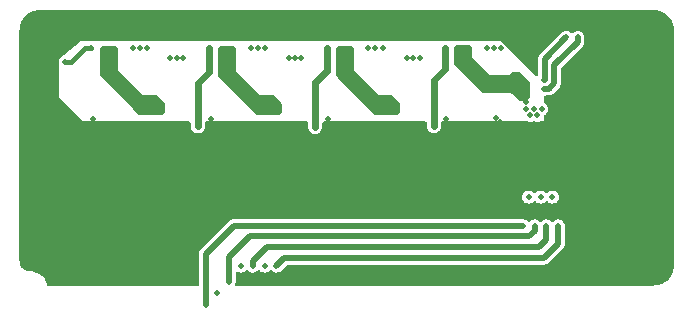
<source format=gbr>
G04 #@! TF.GenerationSoftware,KiCad,Pcbnew,(5.99.0-12889-g70df3822b5)*
G04 #@! TF.CreationDate,2021-11-17T17:26:29+08:00*
G04 #@! TF.ProjectId,PowerSupply,506f7765-7253-4757-9070-6c792e6b6963,rev?*
G04 #@! TF.SameCoordinates,PX5e56640PY77750e0*
G04 #@! TF.FileFunction,Copper,L3,Inr*
G04 #@! TF.FilePolarity,Positive*
%FSLAX46Y46*%
G04 Gerber Fmt 4.6, Leading zero omitted, Abs format (unit mm)*
G04 Created by KiCad (PCBNEW (5.99.0-12889-g70df3822b5)) date 2021-11-17 17:26:29*
%MOMM*%
%LPD*%
G01*
G04 APERTURE LIST*
G04 #@! TA.AperFunction,ViaPad*
%ADD10C,0.500000*%
G04 #@! TD*
G04 #@! TA.AperFunction,Conductor*
%ADD11C,0.450000*%
G04 #@! TD*
G04 #@! TA.AperFunction,Conductor*
%ADD12C,0.600000*%
G04 #@! TD*
G04 #@! TA.AperFunction,Conductor*
%ADD13C,0.500000*%
G04 #@! TD*
G04 APERTURE END LIST*
D10*
G04 #@! TO.N,REG_EN1*
X53420000Y17785000D03*
G04 #@! TO.N,REG_POWER*
X54420000Y17785000D03*
G04 #@! TO.N,GND*
X57075000Y29075000D03*
X57740000Y27470000D03*
X57065000Y27470000D03*
X56390001Y27480000D03*
X12160000Y33320000D03*
X13160000Y33320000D03*
X14160000Y33320000D03*
X15160000Y33320000D03*
X16160000Y33320000D03*
X17160000Y33320000D03*
X18160000Y33320000D03*
X19160000Y33320000D03*
X20160000Y33320000D03*
X21160000Y33320000D03*
X22160000Y33320000D03*
X23160000Y33320000D03*
X24160000Y33320000D03*
X25160000Y33320000D03*
X26160000Y33320000D03*
X27160000Y33320000D03*
X28160000Y33320000D03*
X29160000Y33320000D03*
X30160000Y33320000D03*
X31160000Y33320000D03*
X32160000Y33320000D03*
X33160000Y33320000D03*
X34160000Y33320000D03*
X35160000Y33320000D03*
X36160000Y33320000D03*
X37160000Y33320000D03*
X38160000Y33320000D03*
X39160000Y33320000D03*
X40160000Y33320000D03*
X41160000Y33320000D03*
X42160000Y33320000D03*
X43160000Y33320000D03*
X44160000Y33320000D03*
X45160000Y33320000D03*
X46160000Y33320000D03*
X47160000Y33320000D03*
X48160000Y33320000D03*
X49160000Y33320000D03*
X50160000Y33320000D03*
X51160000Y33320000D03*
X52160000Y33320000D03*
X53160000Y33320000D03*
X54160000Y33320000D03*
X55160000Y33320000D03*
X56160000Y33320000D03*
X57160000Y33320000D03*
X58160000Y33320000D03*
X59160000Y33320000D03*
X60160000Y33320000D03*
X61160000Y33320000D03*
X12290000Y32130000D03*
X13160000Y32320000D03*
X14160000Y32320000D03*
X15160000Y32320000D03*
X16160000Y32320000D03*
X17160000Y32320000D03*
X18160000Y32320000D03*
X19160000Y32320000D03*
X20160000Y32320000D03*
X21160000Y32320000D03*
X22160000Y32320000D03*
X23160000Y32320000D03*
X24160000Y32320000D03*
X25160000Y32320000D03*
X26160000Y32320000D03*
X27160000Y32320000D03*
X28160000Y32320000D03*
X29160000Y32320000D03*
X30160000Y32320000D03*
X31160000Y32320000D03*
X32160000Y32320000D03*
X33160000Y32320000D03*
X34160000Y32320000D03*
X35160000Y32320000D03*
X36160000Y32320000D03*
X37160000Y32320000D03*
X38160000Y32320000D03*
X39160000Y32320000D03*
X40160000Y32320000D03*
X41160000Y32320000D03*
X42160000Y32320000D03*
X43160000Y32320000D03*
X44160000Y32320000D03*
X45160000Y32320000D03*
X46160000Y32320000D03*
X47160000Y32320000D03*
X48160000Y32320000D03*
X49160000Y32320000D03*
X50160000Y32320000D03*
X51160000Y32320000D03*
X52160000Y32320000D03*
X53160000Y32320000D03*
X54160000Y32320000D03*
X55160000Y32320000D03*
X56160000Y32320000D03*
X57160000Y32320000D03*
X58160000Y32320000D03*
X59160000Y32320000D03*
X60160000Y32320000D03*
X61160000Y32320000D03*
X62160000Y32320000D03*
X62160000Y33320000D03*
X63160000Y32320000D03*
X63160000Y33320000D03*
X63860000Y32050000D03*
X64160000Y33320000D03*
X11300000Y33020000D03*
X10670000Y31600000D03*
X11780000Y31470000D03*
X10690000Y30590000D03*
X11690000Y30590000D03*
X10690000Y28590000D03*
X11690000Y28590000D03*
X10690000Y27590000D03*
X11690000Y27590000D03*
X10690000Y26590000D03*
X11690000Y26590000D03*
X10690000Y25590000D03*
X11690000Y25590000D03*
X10690000Y24590000D03*
X11690000Y24590000D03*
X10690000Y23590000D03*
X11690000Y23590000D03*
X10690000Y22590000D03*
X11690000Y22590000D03*
X10690000Y21590000D03*
X11690000Y21590000D03*
X10690000Y20590000D03*
X11690000Y20590000D03*
X10690000Y19590000D03*
X11690000Y19590000D03*
X10690000Y18590000D03*
X11690000Y18590000D03*
X10690000Y17590000D03*
X11690000Y17590000D03*
X10690000Y16590000D03*
X11690000Y16590000D03*
X10690000Y15590000D03*
X11690000Y15590000D03*
X10690000Y14590000D03*
X11690000Y14590000D03*
X10690000Y13590000D03*
X11690000Y13590000D03*
X10690000Y12590000D03*
X11690000Y12590000D03*
X11690000Y11590000D03*
X41690000Y11590000D03*
X42690000Y11590000D03*
X43690000Y11590000D03*
X44690000Y11590000D03*
X45690000Y11590000D03*
X46690000Y11590000D03*
X47690000Y11590000D03*
X48690000Y11590000D03*
X49690000Y11590000D03*
X50690000Y11590000D03*
X51690000Y11590000D03*
X52690000Y11590000D03*
X53690000Y11590000D03*
X54690000Y11590000D03*
X55690000Y11590000D03*
X56690000Y11590000D03*
X57690000Y11590000D03*
X58690000Y11590000D03*
X59690000Y11590000D03*
X60690000Y11590000D03*
X61690000Y11590000D03*
X62690000Y11590000D03*
X63600000Y11860000D03*
X33690000Y10590000D03*
X34690000Y10590000D03*
X35690000Y10590000D03*
X36690000Y10590000D03*
X37690000Y10590000D03*
X38690000Y10590000D03*
X39690000Y10590000D03*
X40690000Y10590000D03*
X41690000Y10590000D03*
X42690000Y10590000D03*
X43690000Y10590000D03*
X44690000Y10590000D03*
X45690000Y10590000D03*
X46690000Y10590000D03*
X47690000Y10590000D03*
X48690000Y10590000D03*
X49690000Y10590000D03*
X50690000Y10590000D03*
X51690000Y10590000D03*
X52690000Y10590000D03*
X53690000Y10590000D03*
X54690000Y10590000D03*
X55690000Y10590000D03*
X56690000Y10590000D03*
X57690000Y10590000D03*
X58690000Y10590000D03*
X59690000Y10590000D03*
X60690000Y10590000D03*
X61690000Y10590000D03*
X62690000Y10590000D03*
X63690000Y10590000D03*
X64870000Y32980000D03*
X64290000Y31450000D03*
X65380000Y31520000D03*
X64390000Y30490000D03*
X65380000Y30500000D03*
X64390000Y28490000D03*
X65390000Y28490000D03*
X64390000Y27490000D03*
X65390000Y27490000D03*
X64390000Y26490000D03*
X65390000Y26490000D03*
X64390000Y25490000D03*
X65390000Y25490000D03*
X64390000Y24490000D03*
X65390000Y24490000D03*
X64390000Y23490000D03*
X65390000Y23490000D03*
X64390000Y22490000D03*
X65390000Y22490000D03*
X64390000Y21490000D03*
X65390000Y21490000D03*
X64390000Y20490000D03*
X65390000Y20490000D03*
X64390000Y19490000D03*
X65390000Y19490000D03*
X64390000Y18490000D03*
X65390000Y18490000D03*
X64390000Y17490000D03*
X65390000Y17490000D03*
X64390000Y16490000D03*
X65390000Y16490000D03*
X64390000Y15490000D03*
X65390000Y15490000D03*
X64390000Y14490000D03*
X65390000Y14490000D03*
X64390000Y13490000D03*
X65390000Y13490000D03*
X64210000Y12480000D03*
X65390000Y12550000D03*
X65320000Y11760000D03*
X64440000Y10700000D03*
X57075000Y26693334D03*
X57750000Y26693334D03*
X56400000Y26703334D03*
X57065000Y25916668D03*
X56390001Y25926668D03*
X57740000Y25916668D03*
X56390000Y25150000D03*
X57065000Y25140000D03*
X57740000Y25140000D03*
X57019999Y18505001D03*
X57570000Y18505000D03*
X56470000Y18505001D03*
X57029999Y17805001D03*
X56480000Y17805001D03*
X57580000Y17805000D03*
X11690000Y29590000D03*
X10690000Y29590000D03*
X65390000Y29490000D03*
X64390000Y29490000D03*
X57429999Y14305001D03*
X57970000Y15005000D03*
X56870000Y15005001D03*
X56880000Y14305001D03*
X57980000Y14305000D03*
X57419999Y15005001D03*
X57970000Y13605000D03*
X57419999Y13605001D03*
X56880000Y12905001D03*
X57980000Y12905000D03*
X56870000Y13605001D03*
X57429999Y12905001D03*
X58680000Y12905001D03*
X59219999Y13605001D03*
X59770000Y13605000D03*
X59780000Y12905000D03*
X58670000Y13605001D03*
X59229999Y12905001D03*
X59219999Y15005001D03*
X59780000Y14305000D03*
X59229999Y14305001D03*
X58670000Y15005001D03*
X59770000Y15005000D03*
X58680000Y14305001D03*
X21660000Y32820000D03*
X36660000Y32820000D03*
X52660000Y32820000D03*
X53660000Y32820000D03*
X54660000Y32820000D03*
X59660000Y32820000D03*
X43660000Y32820000D03*
X44660000Y32820000D03*
X48660000Y32820000D03*
X19660000Y32820000D03*
X51660000Y32820000D03*
X28660000Y32820000D03*
X56660000Y32820000D03*
X22660000Y32820000D03*
X37660000Y32820000D03*
X27660000Y32820000D03*
X55660000Y32820000D03*
X39660000Y32820000D03*
X46660000Y32820000D03*
X50660000Y32820000D03*
X31660000Y32820000D03*
X20660000Y32820000D03*
X23660000Y32820000D03*
X34660000Y32820000D03*
X32660000Y32820000D03*
X29660000Y32820000D03*
X57660000Y32820000D03*
X61660000Y32820000D03*
X45660000Y32820000D03*
X49660000Y32820000D03*
X41660000Y32820000D03*
X18660000Y32820000D03*
X60660000Y32820000D03*
X30660000Y32820000D03*
X42660000Y32820000D03*
X24660000Y32820000D03*
X58660000Y32820000D03*
X40660000Y32820000D03*
X33660000Y32820000D03*
X25660000Y32820000D03*
X35660000Y32820000D03*
X26660000Y32820000D03*
X38660000Y32820000D03*
X47660000Y32820000D03*
X62660000Y32820000D03*
X63660000Y32820000D03*
X64370000Y32530000D03*
X12590000Y32770000D03*
X13660000Y32820000D03*
X14660000Y32820000D03*
X15660000Y32820000D03*
X16660000Y32820000D03*
X17660000Y32820000D03*
X64770000Y31920000D03*
X64890000Y31060000D03*
X64900000Y29990000D03*
X64890000Y17980000D03*
X64890000Y13980000D03*
X64100000Y11360000D03*
X64890000Y27980000D03*
X64890000Y21980000D03*
X64890000Y25980000D03*
X64890000Y20980000D03*
X64890000Y15980000D03*
X64820000Y12910000D03*
X64890000Y14980000D03*
X64890000Y24980000D03*
X64890000Y23980000D03*
X64890000Y19980000D03*
X64890000Y16980000D03*
X64890000Y22980000D03*
X64890000Y18980000D03*
X64890000Y26980000D03*
X64890000Y28980000D03*
X10850000Y32400000D03*
X11190000Y27110000D03*
X11190000Y20110000D03*
X11190000Y29110000D03*
X11190000Y19110000D03*
X11190000Y31110000D03*
X11190000Y28110000D03*
X11190000Y26110000D03*
X11190000Y24110000D03*
X11190000Y23110000D03*
X11190000Y22110000D03*
X11190000Y21110000D03*
X11190000Y25110000D03*
X11190000Y15110000D03*
X11190000Y13110000D03*
X11190000Y14110000D03*
X11190000Y17110000D03*
X11190000Y18110000D03*
X11190000Y16110000D03*
X11190000Y30110000D03*
X11190000Y12090000D03*
X47210000Y11080000D03*
X54210000Y11080000D03*
X41210000Y11080000D03*
X43210000Y11080000D03*
X62210000Y11080000D03*
X55210000Y11080000D03*
X48210000Y11080000D03*
X61210000Y11080000D03*
X49210000Y11080000D03*
X51210000Y11080000D03*
X58210000Y11080000D03*
X57210000Y11080000D03*
X56210000Y11080000D03*
X50210000Y11080000D03*
X42210000Y11080000D03*
X44210000Y11080000D03*
X45210000Y11080000D03*
X46210000Y11080000D03*
X60210000Y11080000D03*
X53210000Y11080000D03*
X59210000Y11080000D03*
X63210000Y11080000D03*
X52210000Y11080000D03*
X11800000Y32570000D03*
X11360000Y31990000D03*
X65310000Y32360000D03*
X64650000Y11940000D03*
X64980000Y11120000D03*
X57019999Y19895001D03*
X56480000Y19195001D03*
X56470000Y19895001D03*
X57570000Y19895000D03*
X57580000Y19195000D03*
X57029999Y19195001D03*
X55279999Y19895001D03*
X54740000Y19195001D03*
X55840000Y19195000D03*
X55830000Y19895000D03*
X54730000Y19895001D03*
X55289999Y19195001D03*
X53590000Y19195001D03*
X54139999Y19195001D03*
X53580000Y19895001D03*
X54129999Y19895001D03*
X17140000Y23810000D03*
X16520000Y23810000D03*
X17750000Y23810000D03*
X18380000Y23810000D03*
X26480000Y23800000D03*
X27710000Y23800000D03*
X27100000Y23800000D03*
X28340000Y23800000D03*
X36430000Y23810000D03*
X37660000Y23810000D03*
X38290000Y23810000D03*
X37050000Y23810000D03*
X46450000Y23820000D03*
X48310000Y23820000D03*
X47680000Y23820000D03*
X47070000Y23820000D03*
X50620000Y24510000D03*
X51010000Y24130000D03*
X36430000Y24410000D03*
X26480000Y24410000D03*
X46450000Y24380000D03*
X16520000Y24390000D03*
X43650000Y29550000D03*
X43120000Y29550000D03*
X20490000Y30430000D03*
X21090000Y30430000D03*
X19890000Y30430000D03*
X31110000Y30430000D03*
X29910000Y30430000D03*
X30510000Y30430000D03*
X40440000Y30430000D03*
X41040000Y30430000D03*
X39840000Y30430000D03*
X51050000Y30430000D03*
X50450000Y30430000D03*
X49850000Y30430000D03*
X44180000Y29550000D03*
X33630000Y29550000D03*
X33100000Y29550000D03*
X34160000Y29550000D03*
X23610000Y29550000D03*
X23080000Y29550000D03*
X24140000Y29550000D03*
X51440000Y23790000D03*
G04 #@! TO.N,+3V3*
X46290000Y30380000D03*
X45380000Y23780000D03*
G04 #@! TO.N,+5V*
X17360000Y30320000D03*
X18280000Y30320000D03*
X53845000Y25250000D03*
X54500000Y25250000D03*
X53175000Y27100000D03*
X52325000Y27350000D03*
X53175000Y26483334D03*
X52000000Y26800000D03*
X28260000Y30360000D03*
X27340000Y30360000D03*
X38250000Y30350000D03*
X37330000Y30350000D03*
X47320000Y30380000D03*
X48240000Y30380000D03*
X20470000Y25720000D03*
X52625000Y26800000D03*
X53175000Y25866668D03*
X53175000Y25250000D03*
X54150000Y24700000D03*
X53550000Y24700000D03*
X21070000Y25720000D03*
X21670000Y25720000D03*
X22270000Y25720000D03*
X20470000Y25120000D03*
X21070000Y25120000D03*
X21670000Y25120000D03*
X22270000Y25120000D03*
X30390000Y25700000D03*
X30390000Y25100000D03*
X30990000Y25700000D03*
X31590000Y25700000D03*
X32190000Y25100000D03*
X32190000Y25700000D03*
X31590000Y25100000D03*
X30990000Y25100000D03*
X40460000Y25100000D03*
X42260000Y25700000D03*
X41060000Y25100000D03*
X41660000Y25700000D03*
X41060000Y25700000D03*
X41660000Y25100000D03*
X42260000Y25100000D03*
X40460000Y25700000D03*
X39870000Y25700000D03*
X29780000Y25700000D03*
X19850000Y25730000D03*
X20190000Y26630000D03*
X30070000Y26610000D03*
X40180000Y26650000D03*
G04 #@! TO.N,+1V2*
X16340000Y30380000D03*
X14160000Y29190000D03*
G04 #@! TO.N,+1V5*
X26350000Y30380000D03*
X25385000Y23775000D03*
G04 #@! TO.N,+2V5*
X36320000Y30380000D03*
X35335000Y23755000D03*
G04 #@! TO.N,Net-(C3-Pad1)*
X56600000Y31300000D03*
X54700000Y27700000D03*
G04 #@! TO.N,Net-(R34-Pad2)*
X54700000Y26940000D03*
X57560000Y31300000D03*
G04 #@! TO.N,REG_EN2*
X26050000Y8690000D03*
X52925000Y15350000D03*
G04 #@! TO.N,REG_EN1*
X27050000Y9630000D03*
G04 #@! TO.N,REG_CHG*
X28043332Y10610000D03*
X53920000Y15345000D03*
G04 #@! TO.N,REG_POWER*
X29044998Y11945000D03*
G04 #@! TO.N,BAT_ISET*
X30046664Y11945000D03*
X54920000Y15345000D03*
G04 #@! TO.N,BAT_PG*
X31048330Y11945000D03*
X55420000Y17785000D03*
G04 #@! TO.N,BAT_CHG*
X32060000Y11945000D03*
X55920000Y15345000D03*
G04 #@! TD*
D11*
G04 #@! TO.N,+1V2*
X14665000Y29190000D02*
X14160000Y29190000D01*
X15855000Y30380000D02*
X14665000Y29190000D01*
X16340000Y30380000D02*
X15855000Y30380000D01*
D12*
G04 #@! TO.N,+3V3*
X45380000Y27730000D02*
X45380000Y23780000D01*
X46290000Y28640000D02*
X45380000Y27730000D01*
X46290000Y30380000D02*
X46290000Y28640000D01*
G04 #@! TO.N,+5V*
X53170000Y27440000D02*
X53190000Y27440000D01*
X28260000Y30360000D02*
X27340000Y30360000D01*
X37330000Y30350000D02*
X38250000Y30350000D01*
X18280000Y30320000D02*
X17360000Y30320000D01*
X17830000Y30210000D02*
X17830000Y28060000D01*
X27780000Y30250000D02*
X27780000Y28100000D01*
X52540000Y28090000D02*
X53190000Y27440000D01*
X52090000Y28090000D02*
X52540000Y28090000D01*
X47320000Y30380000D02*
X48240000Y30380000D01*
X53190000Y26340000D02*
X53120000Y26270000D01*
X53190000Y27440000D02*
X53190000Y26340000D01*
X52400000Y27680000D02*
X53050000Y27030000D01*
X52280000Y27320000D02*
X52930000Y26670000D01*
X38250000Y28430000D02*
X38250000Y30350000D01*
X40160000Y26520000D02*
X38250000Y28430000D01*
X37330000Y28170000D02*
X40140000Y25360000D01*
X37330000Y30350000D02*
X37330000Y28170000D01*
X40400000Y25100000D02*
X40140000Y25360000D01*
X42210000Y25100000D02*
X40400000Y25100000D01*
X41060000Y25620000D02*
X40160000Y26520000D01*
X42210000Y25620000D02*
X41060000Y25620000D01*
X42210000Y25100000D02*
X42210000Y25620000D01*
X37850000Y28130000D02*
X40660000Y25320000D01*
X37730000Y30190000D02*
X37730000Y28010000D01*
X41690000Y26140000D02*
X42210000Y25620000D01*
X41670000Y26140000D02*
X41690000Y26140000D01*
X40540000Y26140000D02*
X40160000Y26520000D01*
X41670000Y26140000D02*
X40540000Y26140000D01*
X30120000Y25380000D02*
X30120000Y25360000D01*
X27340000Y28160000D02*
X30120000Y25380000D01*
X27340000Y30360000D02*
X27340000Y28160000D01*
X30380000Y25100000D02*
X30120000Y25360000D01*
X32190000Y25100000D02*
X30380000Y25100000D01*
X32190000Y25100000D02*
X32190000Y25620000D01*
X31040000Y25620000D02*
X30140000Y26520000D01*
X32190000Y25620000D02*
X31040000Y25620000D01*
X28260000Y28400000D02*
X30140000Y26520000D01*
X28260000Y30360000D02*
X28260000Y28400000D01*
X31670000Y26140000D02*
X32190000Y25620000D01*
X31650000Y26140000D02*
X31670000Y26140000D01*
X30520000Y26140000D02*
X30140000Y26520000D01*
X31650000Y26140000D02*
X30520000Y26140000D01*
X27880000Y28220000D02*
X30660000Y25440000D01*
X20200000Y25390000D02*
X20200000Y25370000D01*
X17360000Y28230000D02*
X20200000Y25390000D01*
X17360000Y30320000D02*
X17360000Y28230000D01*
X18280000Y28460000D02*
X20220000Y26520000D01*
X18280000Y30320000D02*
X18280000Y28460000D01*
X20460000Y25110000D02*
X20200000Y25370000D01*
X22270000Y25110000D02*
X20460000Y25110000D01*
X22270000Y25110000D02*
X22270000Y25630000D01*
X21750000Y26150000D02*
X22270000Y25630000D01*
X21730000Y26150000D02*
X21750000Y26150000D01*
X20590000Y26150000D02*
X20220000Y26520000D01*
X21730000Y26150000D02*
X20590000Y26150000D01*
X22030000Y25630000D02*
X20220000Y25630000D01*
X17770000Y28410000D02*
X20610000Y25570000D01*
X52710000Y26270000D02*
X52090000Y26890000D01*
X53120000Y26270000D02*
X52710000Y26270000D01*
X52090000Y26890000D02*
X52090000Y28090000D01*
X49520000Y27490000D02*
X52090000Y27490000D01*
X47750000Y29260000D02*
X49520000Y27490000D01*
X47750000Y30350000D02*
X47750000Y29260000D01*
X51900000Y27900000D02*
X52090000Y28090000D01*
X49880000Y27900000D02*
X51900000Y27900000D01*
X48240000Y29540000D02*
X49880000Y27900000D01*
X48240000Y30380000D02*
X48240000Y29540000D01*
X52080000Y26900000D02*
X52090000Y26890000D01*
X49570000Y26900000D02*
X52080000Y26900000D01*
X47320000Y29150000D02*
X49570000Y26900000D01*
X47320000Y30380000D02*
X47320000Y29150000D01*
G04 #@! TO.N,+1V5*
X25385000Y27435000D02*
X25385000Y23775000D01*
X26350000Y28400000D02*
X25385000Y27435000D01*
X26350000Y30380000D02*
X26350000Y28400000D01*
G04 #@! TO.N,+2V5*
X35335000Y27505000D02*
X35335000Y23755000D01*
X36320000Y28490000D02*
X35335000Y27505000D01*
X36320000Y30380000D02*
X36320000Y28490000D01*
D13*
G04 #@! TO.N,Net-(C3-Pad1)*
X56600000Y31300000D02*
X54760000Y29460000D01*
X54760000Y29460000D02*
X54760000Y27710000D01*
X54760000Y27710000D02*
X54750000Y27700000D01*
G04 #@! TO.N,Net-(R34-Pad2)*
X57560000Y30920000D02*
X57560000Y31300000D01*
X55580000Y28940000D02*
X57560000Y30920000D01*
X55580000Y27410000D02*
X55580000Y28940000D01*
X55110000Y26940000D02*
X55580000Y27410000D01*
X54740000Y26940000D02*
X55110000Y26940000D01*
G04 #@! TO.N,REG_EN2*
X26050000Y12975000D02*
X26050000Y8690000D01*
X28425000Y15350000D02*
X26050000Y12975000D01*
X52925000Y15350000D02*
X28425000Y15350000D01*
G04 #@! TO.N,REG_CHG*
X28043332Y12693332D02*
X28043332Y10610000D01*
X29800000Y14450000D02*
X28043332Y12693332D01*
X53425000Y14450000D02*
X29800000Y14450000D01*
X53920000Y14945000D02*
X53425000Y14450000D01*
X53920000Y15345000D02*
X53920000Y14945000D01*
G04 #@! TO.N,BAT_ISET*
X30046664Y12356664D02*
X30046664Y11945000D01*
X31215000Y13525000D02*
X30046664Y12356664D01*
X54275000Y13525000D02*
X31215000Y13525000D01*
X54920000Y14170000D02*
X54275000Y13525000D01*
X54920000Y15345000D02*
X54920000Y14170000D01*
G04 #@! TO.N,BAT_CHG*
X32725000Y12625000D02*
X32050000Y11950000D01*
X54700000Y12625000D02*
X32725000Y12625000D01*
X55920000Y13845000D02*
X54700000Y12625000D01*
X55920000Y15345000D02*
X55920000Y13845000D01*
G04 #@! TD*
G04 #@! TA.AperFunction,Conductor*
G04 #@! TO.N,GND*
G36*
X63984608Y33638710D02*
G01*
X63989145Y33637910D01*
X64000000Y33635996D01*
X64010857Y33637910D01*
X64021876Y33637910D01*
X64021876Y33637541D01*
X64034201Y33638177D01*
X64233032Y33623957D01*
X64250827Y33621399D01*
X64470320Y33573652D01*
X64487559Y33568590D01*
X64608744Y33523390D01*
X64698024Y33490090D01*
X64714376Y33482622D01*
X64911519Y33374974D01*
X64926643Y33365254D01*
X65106461Y33230644D01*
X65120047Y33218871D01*
X65278871Y33060047D01*
X65290644Y33046461D01*
X65425254Y32866643D01*
X65434974Y32851519D01*
X65542622Y32654376D01*
X65550090Y32638024D01*
X65604711Y32491582D01*
X65628588Y32427565D01*
X65633653Y32410315D01*
X65681399Y32190827D01*
X65683957Y32173032D01*
X65698177Y31974201D01*
X65697542Y31961879D01*
X65697910Y31961879D01*
X65697910Y31950859D01*
X65695996Y31940000D01*
X65698710Y31924612D01*
X65700624Y31902735D01*
X65700349Y23149318D01*
X65700001Y12037276D01*
X65698087Y12015402D01*
X65697286Y12010859D01*
X65697286Y12010854D01*
X65695372Y12000000D01*
X65697286Y11989143D01*
X65697286Y11978124D01*
X65696917Y11978124D01*
X65697553Y11965799D01*
X65683333Y11766968D01*
X65680775Y11749173D01*
X65635258Y11539930D01*
X65633029Y11529685D01*
X65627966Y11512441D01*
X65598023Y11432162D01*
X65549466Y11301976D01*
X65541998Y11285624D01*
X65434350Y11088481D01*
X65424630Y11073357D01*
X65290020Y10893539D01*
X65278247Y10879953D01*
X65119423Y10721129D01*
X65105837Y10709356D01*
X64926019Y10574746D01*
X64910895Y10565026D01*
X64713752Y10457378D01*
X64697400Y10449910D01*
X64627574Y10423866D01*
X64486935Y10371410D01*
X64469696Y10366348D01*
X64313522Y10332375D01*
X64250203Y10318601D01*
X64232408Y10316043D01*
X64033577Y10301823D01*
X64021252Y10302459D01*
X64021252Y10302090D01*
X64010233Y10302090D01*
X63999376Y10304004D01*
X63983985Y10301290D01*
X63962112Y10299377D01*
X47254515Y10299711D01*
X32752267Y10300000D01*
X32740754Y10300563D01*
X32729782Y10303740D01*
X32694817Y10300712D01*
X32692034Y10300471D01*
X32681163Y10300001D01*
X32672101Y10300001D01*
X32665537Y10298779D01*
X32653355Y10297121D01*
X32630030Y10295101D01*
X32630029Y10295101D01*
X32618440Y10294097D01*
X32607989Y10288988D01*
X32604732Y10288085D01*
X32601576Y10286867D01*
X32590136Y10284737D01*
X32560295Y10266343D01*
X32549528Y10260411D01*
X32533955Y10252799D01*
X32478624Y10240000D01*
X28676951Y10240000D01*
X28608830Y10260002D01*
X28562337Y10313658D01*
X28552233Y10383932D01*
X28555951Y10401140D01*
X28561712Y10420970D01*
X28566296Y10434022D01*
X28576502Y10458661D01*
X28576503Y10458664D01*
X28579662Y10466291D01*
X28582376Y10486902D01*
X28586300Y10505602D01*
X28593047Y10528825D01*
X28593832Y10539515D01*
X28593832Y10565662D01*
X28594910Y10582109D01*
X28597504Y10601812D01*
X28597504Y10601814D01*
X28598582Y10610000D01*
X28594910Y10637891D01*
X28593832Y10654338D01*
X28593832Y11347450D01*
X28613834Y11415571D01*
X28667490Y11462064D01*
X28737764Y11472168D01*
X28768047Y11463860D01*
X28901289Y11408670D01*
X29044998Y11389750D01*
X29188707Y11408670D01*
X29322623Y11464139D01*
X29437619Y11552379D01*
X29445871Y11563133D01*
X29503210Y11604998D01*
X29574081Y11609218D01*
X29635983Y11574452D01*
X29645795Y11563128D01*
X29649017Y11558929D01*
X29654043Y11552379D01*
X29658536Y11548931D01*
X29659304Y11548079D01*
X29660871Y11546608D01*
X29666278Y11539930D01*
X29717709Y11503380D01*
X29718410Y11502882D01*
X29722106Y11500152D01*
X29769039Y11464139D01*
X29776275Y11461141D01*
X29780464Y11458452D01*
X29782219Y11457535D01*
X29789222Y11452558D01*
X29797305Y11449648D01*
X29797307Y11449647D01*
X29845874Y11432162D01*
X29851411Y11430020D01*
X29865626Y11424132D01*
X29902955Y11408670D01*
X29911146Y11407591D01*
X29917682Y11405840D01*
X29920877Y11404838D01*
X29923053Y11404376D01*
X29931132Y11401467D01*
X29961010Y11399273D01*
X29987529Y11397325D01*
X29994746Y11396585D01*
X30028677Y11392118D01*
X30046664Y11389750D01*
X30054852Y11390828D01*
X30063112Y11390828D01*
X30063112Y11390529D01*
X30066083Y11390614D01*
X30072992Y11391049D01*
X30081555Y11390420D01*
X30093117Y11392751D01*
X30133409Y11400875D01*
X30141865Y11402283D01*
X30182188Y11407592D01*
X30182190Y11407593D01*
X30190373Y11408670D01*
X30197999Y11411829D01*
X30202686Y11413085D01*
X30219746Y11418285D01*
X30229407Y11420233D01*
X30273309Y11442602D01*
X30282294Y11446744D01*
X30316655Y11460977D01*
X30324289Y11464139D01*
X30332321Y11470302D01*
X30351818Y11482604D01*
X30363796Y11488707D01*
X30370119Y11494521D01*
X30370123Y11494524D01*
X30397423Y11519627D01*
X30406003Y11526839D01*
X30432729Y11547347D01*
X30432735Y11547353D01*
X30439285Y11552379D01*
X30447538Y11563134D01*
X30504872Y11604998D01*
X30575743Y11609220D01*
X30637646Y11574456D01*
X30647454Y11563137D01*
X30655709Y11552379D01*
X30770705Y11464139D01*
X30904621Y11408670D01*
X31048330Y11389750D01*
X31192039Y11408670D01*
X31325955Y11464139D01*
X31440951Y11552379D01*
X31452624Y11567592D01*
X31509961Y11609458D01*
X31580832Y11613679D01*
X31642735Y11578914D01*
X31647959Y11573225D01*
X31682524Y11533181D01*
X31702925Y11519627D01*
X31752554Y11486654D01*
X31759516Y11481679D01*
X31782375Y11464139D01*
X31790007Y11460978D01*
X31795693Y11457695D01*
X31800538Y11454691D01*
X31800999Y11454468D01*
X31808153Y11449715D01*
X31845418Y11437606D01*
X31854693Y11434184D01*
X31888375Y11420233D01*
X31916291Y11408670D01*
X31924476Y11407592D01*
X31924477Y11407592D01*
X31946860Y11404645D01*
X31946738Y11403721D01*
X31949246Y11403870D01*
X31951598Y11403106D01*
X31960174Y11402746D01*
X31962082Y11402403D01*
X31967360Y11401946D01*
X32051812Y11390828D01*
X32060000Y11389750D01*
X32203709Y11408670D01*
X32337625Y11464139D01*
X32452621Y11552379D01*
X32496420Y11609458D01*
X32519214Y11639164D01*
X32530080Y11651555D01*
X32916119Y12037595D01*
X32978432Y12071620D01*
X33005215Y12074500D01*
X54685007Y12074500D01*
X54690284Y12074389D01*
X54752294Y12071790D01*
X54763848Y12074500D01*
X54794662Y12081727D01*
X54806333Y12083890D01*
X54821229Y12085931D01*
X54849432Y12089794D01*
X54863230Y12095765D01*
X54884499Y12102799D01*
X54890775Y12104271D01*
X54899136Y12106232D01*
X54906661Y12110369D01*
X54906664Y12110370D01*
X54937268Y12127195D01*
X54947913Y12132411D01*
X54987855Y12149695D01*
X54999541Y12159158D01*
X55018126Y12171646D01*
X55025518Y12175710D01*
X55031308Y12178893D01*
X55039422Y12185897D01*
X55063958Y12210433D01*
X55073759Y12219258D01*
X55098392Y12239206D01*
X55098393Y12239207D01*
X55105070Y12244614D01*
X55110043Y12251612D01*
X55110048Y12251617D01*
X55115968Y12259948D01*
X55129579Y12276054D01*
X56298655Y13445130D01*
X56302464Y13448783D01*
X56341833Y13484985D01*
X56348156Y13490799D01*
X56371087Y13527783D01*
X56377810Y13537565D01*
X56398918Y13565374D01*
X56404112Y13572217D01*
X56409646Y13586196D01*
X56419707Y13606199D01*
X56427635Y13618986D01*
X56439775Y13660772D01*
X56443621Y13672005D01*
X56456474Y13704467D01*
X56459636Y13712453D01*
X56460534Y13720995D01*
X56460535Y13721000D01*
X56461209Y13727409D01*
X56465520Y13749385D01*
X56467874Y13757488D01*
X56467874Y13757489D01*
X56469715Y13763825D01*
X56470500Y13774515D01*
X56470500Y13809210D01*
X56471190Y13822381D01*
X56474504Y13853911D01*
X56475402Y13862455D01*
X56472265Y13881002D01*
X56470500Y13902015D01*
X56470500Y15300662D01*
X56471578Y15317109D01*
X56474172Y15336812D01*
X56475250Y15345000D01*
X56470649Y15379945D01*
X56470500Y15381443D01*
X56470500Y15382785D01*
X56470009Y15386366D01*
X56470008Y15386380D01*
X56464770Y15424611D01*
X56464682Y15425267D01*
X56456986Y15483725D01*
X56456330Y15488709D01*
X56455822Y15489936D01*
X56455206Y15494432D01*
X56426475Y15560826D01*
X56425730Y15562586D01*
X56404019Y15615001D01*
X56400861Y15622625D01*
X56398272Y15626000D01*
X56395305Y15632855D01*
X56352578Y15685619D01*
X56350549Y15688193D01*
X56317646Y15731073D01*
X56317644Y15731075D01*
X56312621Y15737621D01*
X56308128Y15741069D01*
X56307360Y15741921D01*
X56305793Y15743392D01*
X56300386Y15750070D01*
X56248245Y15787124D01*
X56244558Y15789848D01*
X56197625Y15825861D01*
X56190389Y15828859D01*
X56186200Y15831548D01*
X56184445Y15832465D01*
X56177442Y15837442D01*
X56169359Y15840352D01*
X56169357Y15840353D01*
X56120790Y15857838D01*
X56115253Y15859980D01*
X56081079Y15874135D01*
X56063709Y15881330D01*
X56055518Y15882409D01*
X56048982Y15884160D01*
X56045787Y15885162D01*
X56043611Y15885624D01*
X56035532Y15888533D01*
X56000443Y15891110D01*
X55979135Y15892675D01*
X55971918Y15893415D01*
X55928188Y15899172D01*
X55920000Y15900250D01*
X55911812Y15899172D01*
X55903552Y15899172D01*
X55903552Y15899471D01*
X55900581Y15899386D01*
X55893672Y15898951D01*
X55885109Y15899580D01*
X55876688Y15897882D01*
X55833255Y15889125D01*
X55824799Y15887717D01*
X55784476Y15882408D01*
X55784474Y15882407D01*
X55776291Y15881330D01*
X55768665Y15878171D01*
X55763978Y15876915D01*
X55746918Y15871715D01*
X55737257Y15869767D01*
X55704560Y15853107D01*
X55693355Y15847398D01*
X55684370Y15843256D01*
X55677362Y15840353D01*
X55642375Y15825861D01*
X55635820Y15820831D01*
X55634343Y15819698D01*
X55614846Y15807396D01*
X55602868Y15801293D01*
X55596545Y15795479D01*
X55596541Y15795476D01*
X55569241Y15770373D01*
X55560661Y15763161D01*
X55533935Y15742653D01*
X55533929Y15742647D01*
X55527379Y15737621D01*
X55522350Y15731067D01*
X55519957Y15727949D01*
X55517271Y15725988D01*
X55516515Y15725232D01*
X55516397Y15725350D01*
X55462617Y15686086D01*
X55391745Y15681869D01*
X55329845Y15716637D01*
X55320038Y15727956D01*
X55317649Y15731070D01*
X55317644Y15731075D01*
X55312621Y15737621D01*
X55308128Y15741069D01*
X55307360Y15741921D01*
X55305793Y15743392D01*
X55300386Y15750070D01*
X55248245Y15787124D01*
X55244558Y15789848D01*
X55197625Y15825861D01*
X55190389Y15828859D01*
X55186200Y15831548D01*
X55184445Y15832465D01*
X55177442Y15837442D01*
X55169359Y15840352D01*
X55169357Y15840353D01*
X55120790Y15857838D01*
X55115253Y15859980D01*
X55081079Y15874135D01*
X55063709Y15881330D01*
X55055518Y15882409D01*
X55048982Y15884160D01*
X55045787Y15885162D01*
X55043611Y15885624D01*
X55035532Y15888533D01*
X55000443Y15891110D01*
X54979135Y15892675D01*
X54971918Y15893415D01*
X54928188Y15899172D01*
X54920000Y15900250D01*
X54911812Y15899172D01*
X54903552Y15899172D01*
X54903552Y15899471D01*
X54900581Y15899386D01*
X54893672Y15898951D01*
X54885109Y15899580D01*
X54876688Y15897882D01*
X54833255Y15889125D01*
X54824799Y15887717D01*
X54784476Y15882408D01*
X54784474Y15882407D01*
X54776291Y15881330D01*
X54768665Y15878171D01*
X54763978Y15876915D01*
X54746918Y15871715D01*
X54737257Y15869767D01*
X54704560Y15853107D01*
X54693355Y15847398D01*
X54684370Y15843256D01*
X54677362Y15840353D01*
X54642375Y15825861D01*
X54635820Y15820831D01*
X54634343Y15819698D01*
X54614846Y15807396D01*
X54602868Y15801293D01*
X54596545Y15795479D01*
X54596541Y15795476D01*
X54569241Y15770373D01*
X54560661Y15763161D01*
X54533935Y15742653D01*
X54533929Y15742647D01*
X54527379Y15737621D01*
X54522350Y15731067D01*
X54519957Y15727949D01*
X54517271Y15725988D01*
X54516515Y15725232D01*
X54516397Y15725350D01*
X54462617Y15686086D01*
X54391745Y15681869D01*
X54329845Y15716637D01*
X54320038Y15727956D01*
X54317649Y15731070D01*
X54317644Y15731075D01*
X54312621Y15737621D01*
X54308128Y15741069D01*
X54307360Y15741921D01*
X54305793Y15743392D01*
X54300386Y15750070D01*
X54248245Y15787124D01*
X54244558Y15789848D01*
X54197625Y15825861D01*
X54190389Y15828859D01*
X54186200Y15831548D01*
X54184445Y15832465D01*
X54177442Y15837442D01*
X54169359Y15840352D01*
X54169357Y15840353D01*
X54120790Y15857838D01*
X54115253Y15859980D01*
X54081079Y15874135D01*
X54063709Y15881330D01*
X54055518Y15882409D01*
X54048982Y15884160D01*
X54045787Y15885162D01*
X54043611Y15885624D01*
X54035532Y15888533D01*
X54000443Y15891110D01*
X53979135Y15892675D01*
X53971918Y15893415D01*
X53928188Y15899172D01*
X53920000Y15900250D01*
X53911812Y15899172D01*
X53903552Y15899172D01*
X53903552Y15899471D01*
X53900581Y15899386D01*
X53893672Y15898951D01*
X53885109Y15899580D01*
X53876688Y15897882D01*
X53833255Y15889125D01*
X53824799Y15887717D01*
X53784476Y15882408D01*
X53784474Y15882407D01*
X53776291Y15881330D01*
X53768665Y15878171D01*
X53763978Y15876915D01*
X53746918Y15871715D01*
X53737257Y15869767D01*
X53704560Y15853107D01*
X53693355Y15847398D01*
X53684370Y15843256D01*
X53677362Y15840353D01*
X53642375Y15825861D01*
X53635820Y15820831D01*
X53634343Y15819698D01*
X53614846Y15807396D01*
X53602868Y15801293D01*
X53596545Y15795479D01*
X53596541Y15795476D01*
X53569241Y15770373D01*
X53560661Y15763161D01*
X53533935Y15742653D01*
X53533929Y15742647D01*
X53527379Y15737621D01*
X53522350Y15731068D01*
X53516515Y15725232D01*
X53514933Y15726814D01*
X53467038Y15691845D01*
X53396167Y15687626D01*
X53334266Y15722393D01*
X53324460Y15733709D01*
X53322650Y15736068D01*
X53322647Y15736071D01*
X53317621Y15742621D01*
X53306761Y15750955D01*
X53290731Y15765617D01*
X53279201Y15778156D01*
X53264195Y15787460D01*
X53243435Y15800332D01*
X53233125Y15807457D01*
X53209175Y15825835D01*
X53202625Y15830861D01*
X53186707Y15837454D01*
X53168524Y15846778D01*
X53166866Y15847806D01*
X53151014Y15857635D01*
X53114046Y15868375D01*
X53100978Y15872964D01*
X53076339Y15883170D01*
X53076336Y15883171D01*
X53068709Y15886330D01*
X53060528Y15887407D01*
X53060525Y15887408D01*
X53048098Y15889044D01*
X53029404Y15892967D01*
X53006175Y15899715D01*
X52998692Y15900264D01*
X52997792Y15900331D01*
X52997781Y15900331D01*
X52995485Y15900500D01*
X52969338Y15900500D01*
X52952891Y15901578D01*
X52933188Y15904172D01*
X52925000Y15905250D01*
X52916812Y15904172D01*
X52897109Y15901578D01*
X52880662Y15900500D01*
X28439993Y15900500D01*
X28434717Y15900611D01*
X28430310Y15900796D01*
X28372706Y15903210D01*
X28364341Y15901248D01*
X28330338Y15893273D01*
X28318667Y15891110D01*
X28304447Y15889162D01*
X28275568Y15885206D01*
X28267684Y15881794D01*
X28267683Y15881794D01*
X28261770Y15879235D01*
X28240501Y15872201D01*
X28234228Y15870730D01*
X28234226Y15870729D01*
X28225864Y15868768D01*
X28218336Y15864629D01*
X28218335Y15864629D01*
X28187735Y15847806D01*
X28177073Y15842583D01*
X28145027Y15828716D01*
X28145026Y15828715D01*
X28137145Y15825305D01*
X28130472Y15819901D01*
X28125459Y15815842D01*
X28106871Y15803351D01*
X28093692Y15796106D01*
X28085578Y15789103D01*
X28061042Y15764567D01*
X28051241Y15755742D01*
X28026608Y15735794D01*
X28019930Y15730386D01*
X28014957Y15723388D01*
X28014952Y15723383D01*
X28009032Y15715052D01*
X27995421Y15698946D01*
X25671358Y13374882D01*
X25667549Y13371229D01*
X25621844Y13329201D01*
X25598901Y13292198D01*
X25592200Y13282448D01*
X25565888Y13247783D01*
X25560354Y13233805D01*
X25550293Y13213801D01*
X25542365Y13201014D01*
X25539968Y13192763D01*
X25539967Y13192761D01*
X25530225Y13159228D01*
X25526380Y13147998D01*
X25510364Y13107547D01*
X25509466Y13099006D01*
X25509466Y13099005D01*
X25508792Y13092592D01*
X25504480Y13070617D01*
X25500285Y13056175D01*
X25499500Y13045485D01*
X25499500Y13010783D01*
X25498810Y12997613D01*
X25494599Y12957546D01*
X25496031Y12949081D01*
X25496031Y12949072D01*
X25497735Y12939000D01*
X25499500Y12917987D01*
X25499500Y10366000D01*
X25479498Y10297879D01*
X25425842Y10251386D01*
X25373500Y10240000D01*
X24954388Y10240000D01*
X24913476Y10246827D01*
X24866036Y10263113D01*
X24857909Y10265903D01*
X24852775Y10266760D01*
X24852770Y10266761D01*
X24658715Y10299143D01*
X24658712Y10299143D01*
X24653578Y10300000D01*
X24446422Y10300000D01*
X24441288Y10299143D01*
X24441285Y10299143D01*
X24247230Y10266761D01*
X24247225Y10266760D01*
X24242091Y10265903D01*
X24233964Y10263113D01*
X24186524Y10246827D01*
X24145612Y10240000D01*
X12784424Y10240000D01*
X12716303Y10260002D01*
X12669810Y10313658D01*
X12661307Y10339206D01*
X12642890Y10423866D01*
X12625081Y10471615D01*
X12569445Y10620779D01*
X12567874Y10624991D01*
X12464999Y10813394D01*
X12336358Y10985237D01*
X12184571Y11137024D01*
X12012728Y11265665D01*
X11824325Y11368540D01*
X11765663Y11390420D01*
X11627408Y11441987D01*
X11627402Y11441989D01*
X11623200Y11443556D01*
X11618814Y11444510D01*
X11618811Y11444511D01*
X11448002Y11481668D01*
X11413447Y11489185D01*
X11206924Y11503956D01*
X11199334Y11505294D01*
X11188480Y11503380D01*
X11177972Y11503380D01*
X11165619Y11503987D01*
X11152348Y11505294D01*
X11035974Y11516756D01*
X11011754Y11521572D01*
X10866534Y11565624D01*
X10843720Y11575075D01*
X10709896Y11646606D01*
X10689359Y11660328D01*
X10572060Y11756593D01*
X10554595Y11774058D01*
X10458330Y11891357D01*
X10444607Y11911895D01*
X10373077Y12045718D01*
X10363625Y12068535D01*
X10362690Y12071620D01*
X10319574Y12213752D01*
X10314757Y12237975D01*
X10313414Y12251617D01*
X10301989Y12367617D01*
X10301382Y12379967D01*
X10301382Y12390476D01*
X10303296Y12401332D01*
X10300584Y12416714D01*
X10298669Y12438600D01*
X10298671Y12478169D01*
X10298863Y17785000D01*
X52864750Y17785000D01*
X52883670Y17641291D01*
X52939139Y17507375D01*
X53027379Y17392379D01*
X53142375Y17304139D01*
X53276291Y17248670D01*
X53420000Y17229750D01*
X53563709Y17248670D01*
X53697625Y17304139D01*
X53812621Y17392379D01*
X53820038Y17402045D01*
X53822725Y17404007D01*
X53823488Y17404770D01*
X53823607Y17404651D01*
X53877376Y17443912D01*
X53948247Y17448134D01*
X54010149Y17413370D01*
X54019962Y17402045D01*
X54027379Y17392379D01*
X54142375Y17304139D01*
X54276291Y17248670D01*
X54420000Y17229750D01*
X54563709Y17248670D01*
X54697625Y17304139D01*
X54812621Y17392379D01*
X54820038Y17402045D01*
X54822725Y17404007D01*
X54823488Y17404770D01*
X54823607Y17404651D01*
X54877376Y17443912D01*
X54948247Y17448134D01*
X55010149Y17413370D01*
X55019962Y17402045D01*
X55027379Y17392379D01*
X55142375Y17304139D01*
X55276291Y17248670D01*
X55420000Y17229750D01*
X55563709Y17248670D01*
X55697625Y17304139D01*
X55812621Y17392379D01*
X55900861Y17507375D01*
X55956330Y17641291D01*
X55975250Y17785000D01*
X55956330Y17928709D01*
X55900861Y18062625D01*
X55812621Y18177621D01*
X55697625Y18265861D01*
X55563709Y18321330D01*
X55420000Y18340250D01*
X55276291Y18321330D01*
X55142375Y18265861D01*
X55027379Y18177621D01*
X55022353Y18171071D01*
X55019962Y18167955D01*
X55017275Y18165993D01*
X55016512Y18165230D01*
X55016393Y18165349D01*
X54962624Y18126088D01*
X54891753Y18121866D01*
X54829851Y18156630D01*
X54820038Y18167955D01*
X54817647Y18171071D01*
X54812621Y18177621D01*
X54697625Y18265861D01*
X54563709Y18321330D01*
X54420000Y18340250D01*
X54276291Y18321330D01*
X54142375Y18265861D01*
X54027379Y18177621D01*
X54022353Y18171071D01*
X54019962Y18167955D01*
X54017275Y18165993D01*
X54016512Y18165230D01*
X54016393Y18165349D01*
X53962624Y18126088D01*
X53891753Y18121866D01*
X53829851Y18156630D01*
X53820038Y18167955D01*
X53817647Y18171071D01*
X53812621Y18177621D01*
X53697625Y18265861D01*
X53563709Y18321330D01*
X53420000Y18340250D01*
X53276291Y18321330D01*
X53142375Y18265861D01*
X53027379Y18177621D01*
X52939139Y18062625D01*
X52883670Y17928709D01*
X52864750Y17785000D01*
X10298863Y17785000D01*
X10299057Y23149318D01*
X10299276Y29190000D01*
X13604750Y29190000D01*
X13623670Y29046291D01*
X13626831Y29038660D01*
X13640409Y29005879D01*
X13650000Y28957661D01*
X13650000Y26220000D01*
X15680000Y24190000D01*
X24658500Y24190000D01*
X24726621Y24169998D01*
X24773114Y24116342D01*
X24784500Y24064000D01*
X24784500Y23735639D01*
X24799956Y23618238D01*
X24860464Y23472159D01*
X24956718Y23346718D01*
X25082159Y23250464D01*
X25228238Y23189956D01*
X25385000Y23169318D01*
X25393188Y23170396D01*
X25533574Y23188878D01*
X25541762Y23189956D01*
X25687841Y23250464D01*
X25813282Y23346718D01*
X25909536Y23472159D01*
X25970044Y23618238D01*
X25985500Y23735639D01*
X25985500Y24064000D01*
X26005502Y24132121D01*
X26059158Y24178614D01*
X26111500Y24190000D01*
X34608500Y24190000D01*
X34676621Y24169998D01*
X34723114Y24116342D01*
X34734500Y24064000D01*
X34734500Y23715639D01*
X34749956Y23598238D01*
X34810464Y23452159D01*
X34815491Y23445608D01*
X34891372Y23346718D01*
X34906718Y23326718D01*
X35032159Y23230464D01*
X35178238Y23169956D01*
X35335000Y23149318D01*
X35343188Y23150396D01*
X35483574Y23168878D01*
X35491762Y23169956D01*
X35637841Y23230464D01*
X35763282Y23326718D01*
X35778629Y23346718D01*
X35854509Y23445608D01*
X35859536Y23452159D01*
X35920044Y23598238D01*
X35935500Y23715639D01*
X35935500Y24064000D01*
X35955502Y24132121D01*
X36009158Y24178614D01*
X36061500Y24190000D01*
X44653500Y24190000D01*
X44721621Y24169998D01*
X44768114Y24116342D01*
X44779500Y24064000D01*
X44779500Y23740639D01*
X44794956Y23623238D01*
X44855464Y23477159D01*
X44951718Y23351718D01*
X45077159Y23255464D01*
X45223238Y23194956D01*
X45380000Y23174318D01*
X45388188Y23175396D01*
X45528574Y23193878D01*
X45536762Y23194956D01*
X45682841Y23255464D01*
X45808282Y23351718D01*
X45904536Y23477159D01*
X45965044Y23623238D01*
X45980500Y23740639D01*
X45980500Y24064000D01*
X46000502Y24132121D01*
X46054158Y24178614D01*
X46106500Y24190000D01*
X53317661Y24190000D01*
X53365879Y24180409D01*
X53406291Y24163670D01*
X53550000Y24144750D01*
X53693709Y24163670D01*
X53734121Y24180409D01*
X53782339Y24190000D01*
X53917661Y24190000D01*
X53965879Y24180409D01*
X54006291Y24163670D01*
X54150000Y24144750D01*
X54293709Y24163670D01*
X54334121Y24180409D01*
X54382339Y24190000D01*
X54710000Y24190000D01*
X54711506Y24659869D01*
X54731726Y24727924D01*
X54773133Y24767279D01*
X54777625Y24769139D01*
X54892621Y24857379D01*
X54980861Y24972375D01*
X55036330Y25106291D01*
X55055250Y25250000D01*
X55036330Y25393709D01*
X54980861Y25527625D01*
X54892621Y25642621D01*
X54883161Y25649880D01*
X54784181Y25725831D01*
X54784178Y25725833D01*
X54777625Y25730861D01*
X54776150Y25731472D01*
X54729289Y25780621D01*
X54715285Y25838759D01*
X54715790Y25996442D01*
X54716647Y26263906D01*
X54736867Y26331960D01*
X54790671Y26378281D01*
X54842646Y26389500D01*
X55095007Y26389500D01*
X55100284Y26389389D01*
X55162294Y26386790D01*
X55173848Y26389500D01*
X55204662Y26396727D01*
X55216333Y26398890D01*
X55231229Y26400931D01*
X55259432Y26404794D01*
X55273230Y26410765D01*
X55294499Y26417799D01*
X55300775Y26419271D01*
X55309136Y26421232D01*
X55316661Y26425369D01*
X55316664Y26425370D01*
X55347268Y26442195D01*
X55357913Y26447411D01*
X55397855Y26464695D01*
X55409541Y26474158D01*
X55428126Y26486646D01*
X55435518Y26490710D01*
X55441308Y26493893D01*
X55449422Y26500897D01*
X55473958Y26525433D01*
X55483759Y26534258D01*
X55508392Y26554206D01*
X55508393Y26554207D01*
X55515070Y26559614D01*
X55520043Y26566612D01*
X55520048Y26566617D01*
X55525968Y26574948D01*
X55539579Y26591054D01*
X55958655Y27010130D01*
X55962464Y27013783D01*
X56001833Y27049985D01*
X56008156Y27055799D01*
X56031095Y27092797D01*
X56037797Y27102548D01*
X56064112Y27137216D01*
X56069646Y27151193D01*
X56079709Y27171202D01*
X56083111Y27176688D01*
X56083113Y27176692D01*
X56087635Y27183986D01*
X56090029Y27192228D01*
X56090031Y27192231D01*
X56099779Y27225784D01*
X56103618Y27236997D01*
X56119635Y27277453D01*
X56121206Y27292402D01*
X56125519Y27314385D01*
X56127873Y27322486D01*
X56129715Y27328825D01*
X56130500Y27339515D01*
X56130500Y27374219D01*
X56131190Y27387390D01*
X56134503Y27418912D01*
X56135401Y27427454D01*
X56133969Y27435919D01*
X56133969Y27435928D01*
X56132265Y27446000D01*
X56130500Y27467013D01*
X56130500Y28659785D01*
X56150502Y28727906D01*
X56167405Y28748880D01*
X57938642Y30520118D01*
X57942451Y30523771D01*
X57981833Y30559985D01*
X57988156Y30565799D01*
X58011099Y30602802D01*
X58017800Y30612552D01*
X58044112Y30647217D01*
X58049646Y30661196D01*
X58059707Y30681199D01*
X58067635Y30693986D01*
X58079775Y30735772D01*
X58083621Y30747005D01*
X58096473Y30779465D01*
X58099636Y30787453D01*
X58101208Y30802408D01*
X58105520Y30824383D01*
X58109715Y30838825D01*
X58110500Y30849515D01*
X58110500Y30884217D01*
X58111190Y30897387D01*
X58114503Y30928912D01*
X58115401Y30937454D01*
X58113969Y30945919D01*
X58113969Y30945928D01*
X58112265Y30956000D01*
X58110500Y30977013D01*
X58110500Y31255662D01*
X58111578Y31272109D01*
X58114172Y31291812D01*
X58115250Y31300000D01*
X58110649Y31334945D01*
X58110500Y31336443D01*
X58110500Y31337785D01*
X58110009Y31341366D01*
X58110008Y31341380D01*
X58104770Y31379611D01*
X58104682Y31380267D01*
X58096986Y31438725D01*
X58096330Y31443709D01*
X58095822Y31444936D01*
X58095206Y31449432D01*
X58066475Y31515826D01*
X58065730Y31517586D01*
X58044019Y31570001D01*
X58040861Y31577625D01*
X58038272Y31581000D01*
X58035305Y31587855D01*
X57992578Y31640619D01*
X57990549Y31643193D01*
X57957646Y31686073D01*
X57957644Y31686075D01*
X57952621Y31692621D01*
X57948128Y31696069D01*
X57947360Y31696921D01*
X57945793Y31698392D01*
X57940386Y31705070D01*
X57888245Y31742124D01*
X57884558Y31744848D01*
X57837625Y31780861D01*
X57830389Y31783859D01*
X57826200Y31786548D01*
X57824445Y31787465D01*
X57817442Y31792442D01*
X57809359Y31795352D01*
X57809357Y31795353D01*
X57760790Y31812838D01*
X57755253Y31814980D01*
X57719633Y31829734D01*
X57703709Y31836330D01*
X57695518Y31837409D01*
X57688982Y31839160D01*
X57685787Y31840162D01*
X57683611Y31840624D01*
X57675532Y31843533D01*
X57645654Y31845727D01*
X57619135Y31847675D01*
X57611918Y31848415D01*
X57568188Y31854172D01*
X57560000Y31855250D01*
X57551812Y31854172D01*
X57543552Y31854172D01*
X57543552Y31854471D01*
X57540581Y31854386D01*
X57533672Y31853951D01*
X57525109Y31854580D01*
X57516688Y31852882D01*
X57473255Y31844125D01*
X57464799Y31842717D01*
X57424476Y31837408D01*
X57424474Y31837407D01*
X57416291Y31836330D01*
X57408665Y31833171D01*
X57403978Y31831915D01*
X57386918Y31826715D01*
X57377257Y31824767D01*
X57334419Y31802940D01*
X57333355Y31802398D01*
X57324370Y31798256D01*
X57296105Y31786548D01*
X57282375Y31780861D01*
X57275820Y31775831D01*
X57274343Y31774698D01*
X57254846Y31762396D01*
X57242868Y31756293D01*
X57236545Y31750479D01*
X57236541Y31750476D01*
X57209241Y31725373D01*
X57200661Y31718161D01*
X57173930Y31697649D01*
X57173925Y31697644D01*
X57167379Y31692621D01*
X57166396Y31691340D01*
X57106783Y31658788D01*
X57035968Y31663853D01*
X56993998Y31690826D01*
X56992621Y31692621D01*
X56986075Y31697644D01*
X56980231Y31703488D01*
X56980443Y31703700D01*
X56978330Y31705695D01*
X56973092Y31710312D01*
X56967476Y31716819D01*
X56923414Y31746093D01*
X56916441Y31751077D01*
X56884179Y31775832D01*
X56884178Y31775833D01*
X56877625Y31780861D01*
X56869995Y31784021D01*
X56865804Y31786441D01*
X56850053Y31794834D01*
X56849006Y31795530D01*
X56849002Y31795532D01*
X56841848Y31800285D01*
X56794984Y31815512D01*
X56785702Y31818936D01*
X56751339Y31833170D01*
X56751336Y31833171D01*
X56743709Y31836330D01*
X56735521Y31837408D01*
X56735517Y31837409D01*
X56733672Y31837652D01*
X56711192Y31842739D01*
X56706576Y31844239D01*
X56706569Y31844240D01*
X56698402Y31846894D01*
X56689818Y31847254D01*
X56689817Y31847254D01*
X56652764Y31848807D01*
X56641595Y31849774D01*
X56608188Y31854172D01*
X56600000Y31855250D01*
X56586433Y31853464D01*
X56564714Y31852497D01*
X56547706Y31853210D01*
X56539342Y31851248D01*
X56539340Y31851248D01*
X56506726Y31843598D01*
X56494400Y31841347D01*
X56478573Y31839263D01*
X56464478Y31837408D01*
X56464476Y31837408D01*
X56456291Y31836330D01*
X56440847Y31829933D01*
X56440367Y31829734D01*
X56420920Y31823472D01*
X56400864Y31818768D01*
X56393341Y31814632D01*
X56393335Y31814630D01*
X56367126Y31800222D01*
X56354648Y31794230D01*
X56330006Y31784022D01*
X56322375Y31780861D01*
X56315824Y31775835D01*
X56315825Y31775835D01*
X56305885Y31768208D01*
X56289889Y31757760D01*
X56268692Y31746107D01*
X56260578Y31739103D01*
X56242089Y31720614D01*
X56229698Y31709747D01*
X56207379Y31692621D01*
X56190246Y31670293D01*
X56179383Y31657907D01*
X54381358Y29859882D01*
X54377549Y29856229D01*
X54331844Y29814201D01*
X54308901Y29777198D01*
X54302200Y29767448D01*
X54275888Y29732783D01*
X54270354Y29718805D01*
X54260293Y29698801D01*
X54252365Y29686014D01*
X54249968Y29677763D01*
X54249967Y29677761D01*
X54240225Y29644228D01*
X54236380Y29632998D01*
X54220364Y29592547D01*
X54219466Y29584006D01*
X54219466Y29584005D01*
X54218792Y29577592D01*
X54214480Y29555617D01*
X54210285Y29541175D01*
X54209500Y29530485D01*
X54209500Y29495783D01*
X54208810Y29482613D01*
X54204599Y29442546D01*
X54206031Y29434081D01*
X54206031Y29434072D01*
X54207735Y29424000D01*
X54209500Y29402987D01*
X54209500Y28124690D01*
X54189498Y28056569D01*
X54135842Y28010076D01*
X54065568Y27999972D01*
X54000988Y28029466D01*
X53994405Y28035595D01*
X51040000Y30990000D01*
X15500000Y30990000D01*
X13650000Y29500000D01*
X13650000Y29422339D01*
X13640409Y29374121D01*
X13623670Y29333709D01*
X13604750Y29190000D01*
X10299276Y29190000D01*
X10299375Y31902726D01*
X10301289Y31924597D01*
X10302090Y31929140D01*
X10302090Y31929145D01*
X10304004Y31940000D01*
X10302090Y31950857D01*
X10302090Y31961876D01*
X10302459Y31961876D01*
X10301823Y31974201D01*
X10316043Y32173032D01*
X10318601Y32190827D01*
X10366347Y32410315D01*
X10371412Y32427565D01*
X10395290Y32491582D01*
X10449910Y32638024D01*
X10457378Y32654376D01*
X10565026Y32851519D01*
X10574746Y32866643D01*
X10709356Y33046461D01*
X10721129Y33060047D01*
X10879953Y33218871D01*
X10893539Y33230644D01*
X11073357Y33365254D01*
X11088481Y33374974D01*
X11285624Y33482622D01*
X11301976Y33490090D01*
X11391256Y33523390D01*
X11512441Y33568590D01*
X11529680Y33573652D01*
X11749173Y33621399D01*
X11766968Y33623957D01*
X11965799Y33638177D01*
X11978124Y33637541D01*
X11978124Y33637910D01*
X11989143Y33637910D01*
X12000000Y33635996D01*
X12015392Y33638710D01*
X12037271Y33640624D01*
X63962729Y33640624D01*
X63984608Y33638710D01*
G37*
G04 #@! TD.AperFunction*
G04 #@! TD*
M02*

</source>
